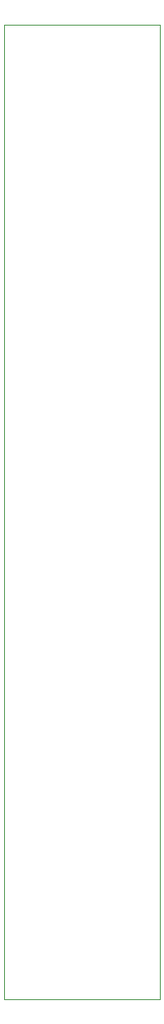
<source format=gbr>
%TF.GenerationSoftware,KiCad,Pcbnew,8.0.0*%
%TF.CreationDate,2024-03-24T11:12:39+01:00*%
%TF.ProjectId,Vader_Fader,56616465-725f-4466-9164-65722e6b6963,rev?*%
%TF.SameCoordinates,Original*%
%TF.FileFunction,Profile,NP*%
%FSLAX46Y46*%
G04 Gerber Fmt 4.6, Leading zero omitted, Abs format (unit mm)*
G04 Created by KiCad (PCBNEW 8.0.0) date 2024-03-24 11:12:39*
%MOMM*%
%LPD*%
G01*
G04 APERTURE LIST*
%TA.AperFunction,Profile*%
%ADD10C,0.050000*%
%TD*%
G04 APERTURE END LIST*
D10*
X93000000Y-33000000D02*
X109000000Y-33000000D01*
X109000000Y-133000000D01*
X93000000Y-133000000D01*
X93000000Y-33000000D01*
M02*

</source>
